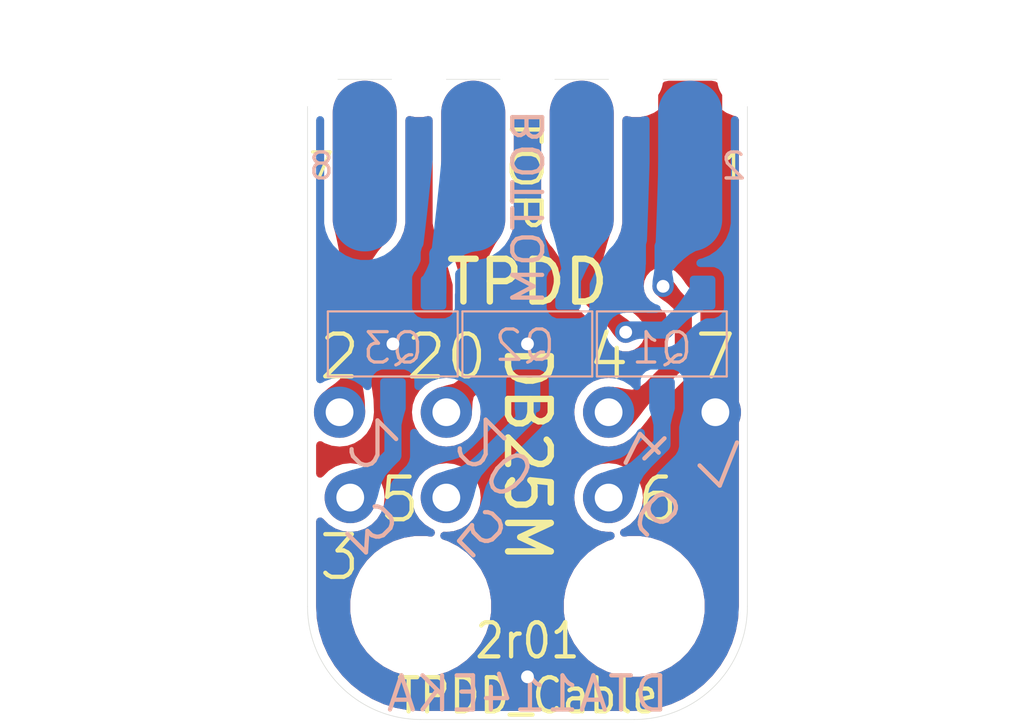
<source format=kicad_pcb>
(kicad_pcb (version 20240108) (generator "pcbnew") (generator_version "8.0")
  (title_block (title "TPDD Cable") (date "2024-08-17") (rev "2r01") (company "b.kenyon.w@gmail.com"))
  (layers (0 "F.Cu" signal "Top") (31 "B.Cu" signal "Bottom") (34 "B.Paste" user) (35 "F.Paste" user) (36 "B.SilkS" user "B.Silkscreen") (37 "F.SilkS" user "F.Silkscreen") (38 "B.Mask" user) (39 "F.Mask" user) (44 "Edge.Cuts" user))
  (net 0 "")
  (net 1 "/TPDD_Cable/RTS")
  (net 2 "/TPDD_Cable/CTS_TTL")
  (net 3 "/TPDD_Cable/TX")
  (net 4 "/TPDD_Cable/RX_TTL")
  (net 5 "GND")
  (net 6 "/TPDD_Cable/DTR")
  (net 7 "/TPDD_Cable/EB+")
  (net 8 "/TPDD_Cable/DSR_TTL")
  (net 9 "/TPDD_Cable/RX")
  (net 10 "/TPDD_Cable/DSR")
  (net 11 "/TPDD_Cable/CTS")
  (footprint "000_LOCAL:PTH_0.65x1.2" (layer "F.Cu") (at 140.843 89.4295)
    (property "Reference" "P3")
    (property "Value" "TX")
    (pad "1" thru_hole circle (at 0 0) (size 1.2 1.2) (drill 0.65) (layers "*.Cu" "*.Mask") (net 9 "/TPDD_Cable/RX"))
  )
  (footprint "000_LOCAL:npth_m3" (layer "F.Cu") (at 147.493 91.9795)
    (property "Reference" "REF**" (hide yes))
    (property "Value" "npth_m3" (hide yes))
    (pad "" np_thru_hole circle (at 0 0) (size 2.8 2.8) (drill 2.8) (layers "F&B.Cu" "*.Mask"))
  )
  (footprint "000_LOCAL:PTH_0.65x1.2" (layer "F.Cu") (at 140.593 87.4295)
    (property "Reference" "P2")
    (property "Value" "RX")
    (pad "1" thru_hole circle (at 0 0) (size 1.2 1.2) (drill 0.65) (layers "*.Cu" "*.Mask") (net 3 "/TPDD_Cable/TX"))
  )
  (footprint "000_LOCAL:PTH_0.65x1.2" (layer "F.Cu") (at 143.093 87.4295)
    (property "Reference" "P20")
    (property "Value" "DSR")
    (pad "1" thru_hole circle (at 0 0) (size 1.2 1.2) (drill 0.65) (layers "*.Cu" "*.Mask") (net 6 "/TPDD_Cable/DTR"))
  )
  (footprint "000_LOCAL:PTH_0.65x1.2" (layer "F.Cu") (at 143.093 89.4295)
    (property "Reference" "P5")
    (property "Value" "RTS")
    (pad "1" thru_hole circle (at 0 0) (size 1.2 1.2) (drill 0.65) (layers "*.Cu" "*.Mask") (net 11 "/TPDD_Cable/CTS"))
  )
  (footprint "000_LOCAL:PTH_0.65x1.2" (layer "F.Cu") (at 146.893 89.4295)
    (property "Reference" "P4")
    (property "Value" "CTS")
    (pad "1" thru_hole circle (at 0 0) (size 1.2 1.2) (drill 0.65) (layers "*.Cu" "*.Mask") (net 10 "/TPDD_Cable/DSR"))
  )
  (footprint "000_LOCAL:2x4x2.54mm_edge_mount" (layer "F.Cu") (at 144.993 79.6295)
    (property "Reference" "J2" (hide yes))
    (property "Value" "TPDD")
    (fp_text user "2" (at 4.826 2.032 0) (layer "B.SilkS") (effects (font (size 0.6096 0.6096) (thickness 0.0762)) (justify mirror)))
    (fp_text user "8" (at -4.826 2.032 0) (layer "B.SilkS") (effects (font (size 0.6096 0.6096) (thickness 0.0762)) (justify mirror)))
    (fp_text user "7" (at -4.826 2.032 0) (layer "F.SilkS") (effects (font (size 0.6096 0.6096) (thickness 0.0762))))
    (fp_text user "1" (at 4.826 2.032 0) (layer "F.SilkS") (effects (font (size 0.6096 0.6096) (thickness 0.0762))))
    (pad "" np_thru_hole circle (at -5.08 0) (size 1.27 1.27) (drill 1.27) (layers "F&B.Cu" "*.Mask"))
    (pad "" np_thru_hole circle (at -2.54 0) (size 1.27 1.27) (drill 1.27) (layers "F&B.Cu" "*.Mask"))
    (pad "" np_thru_hole circle (at 0 0) (size 1.27 1.27) (drill 1.27) (layers "F&B.Cu" "*.Mask"))
    (pad "" np_thru_hole circle (at 2.54 0) (size 1.27 1.27) (drill 1.27) (layers "F&B.Cu" "*.Mask"))
    (pad "" np_thru_hole circle (at 5.08 0) (size 1.27 1.27) (drill 1.27) (layers "F&B.Cu" "*.Mask"))
    (pad "1" smd roundrect (at 3.81 2.032) (size 1.5 4) (layers "F.Cu" "F.Mask") (roundrect_rratio 0.1666666667) (net 5 "GND"))
    (pad "2" smd oval (at 3.81 2.032) (size 1.5 4) (layers "B.Cu" "B.Mask") (net 1 "/TPDD_Cable/RTS"))
    (pad "3" smd oval (at 1.27 2.032) (size 1.5 4) (layers "F.Cu" "F.Mask") (net 8 "/TPDD_Cable/DSR_TTL"))
    (pad "4" smd oval (at 1.27 2.032) (size 1.5 4) (layers "B.Cu" "B.Mask") (net 2 "/TPDD_Cable/CTS_TTL"))
    (pad "5" smd oval (at -1.27 2.032) (size 1.5 4) (layers "F.Cu" "F.Mask") (net 6 "/TPDD_Cable/DTR"))
    (pad "6" smd oval (at -1.27 2.032) (size 1.5 4) (layers "B.Cu" "B.Mask") (net 4 "/TPDD_Cable/RX_TTL"))
    (pad "7" smd oval (at -3.81 2.032) (size 1.5 4) (layers "F.Cu" "F.Mask") (net 3 "/TPDD_Cable/TX"))
    (pad "8" smd oval (at -3.81 2.032) (size 1.5 4) (layers "B.Cu" "B.Mask") (net 7 "/TPDD_Cable/EB+"))
  )
  (footprint "000_LOCAL:npth_m3" (layer "F.Cu") (at 142.493 91.9795)
    (property "Reference" "REF**" (hide yes))
    (property "Value" "npth_m3" (hide yes))
    (pad "" np_thru_hole circle (at 0 0) (size 2.8 2.8) (drill 2.8) (layers "F&B.Cu" "*.Mask"))
  )
  (footprint "000_LOCAL:PTH_0.65x1.2" (layer "F.Cu") (at 146.893 87.4295)
    (property "Reference" "P6")
    (property "Value" "DTR")
    (pad "1" thru_hole circle (at 0 0) (size 1.2 1.2) (drill 0.65) (layers "*.Cu" "*.Mask") (net 1 "/TPDD_Cable/RTS"))
  )
  (footprint "000_LOCAL:PTH_0.65x1.2" (layer "F.Cu") (at 149.393 87.4295)
    (property "Reference" "P7")
    (property "Value" "GND")
    (pad "1" thru_hole circle (at 0 0) (size 1.2 1.2) (drill 0.65) (layers "*.Cu" "*.Mask") (net 5 "GND"))
  )
  (footprint "000_LOCAL:SC-59" (layer "B.Cu") (at 141.843 85.8295 -90)
    (property "Reference" "Q3" (at -0.3175 0.762 0) (layer "B.SilkS") (effects (font (size 0.7112 0.7112) (thickness 0.0762)) (justify right top mirror)))
    (property "Value" "DTA114EKA" (hide yes))
    (fp_line (start 0.762 1.524) (end -0.762 1.524) (stroke (width 0.0508)) (layer "B.SilkS"))
    (fp_line (start -0.762 -1.516) (end -0.762 1.524) (stroke (width 0.0508)) (layer "B.SilkS"))
    (fp_line (start 0.762 -1.516) (end 0.762 1.524) (stroke (width 0.0508)) (layer "B.SilkS"))
    (fp_line (start 0.762 -1.516) (end -0.762 -1.516) (stroke (width 0.0508)) (layer "B.SilkS"))
    (pad "1" smd roundrect (at -1.2 0.95 270) (size 0.8 0.6) (layers "B.Cu" "B.Paste" "B.Mask") (roundrect_rratio 0.15) (net 5 "GND"))
    (pad "2" smd roundrect (at -1.2 -0.95 270) (size 0.8 0.6) (layers "B.Cu" "B.Paste" "B.Mask") (roundrect_rratio 0.15) (net 4 "/TPDD_Cable/RX_TTL"))
    (pad "3" smd roundrect (at 1.2 0 270) (size 0.8 0.6) (layers "B.Cu" "B.Paste" "B.Mask") (roundrect_rratio 0.15) (net 9 "/TPDD_Cable/RX"))
  )
  (footprint "000_LOCAL:SC-59" (layer "B.Cu") (at 148.143 85.8295 -90)
    (property "Reference" "Q1" (at -0.3175 0.762 0) (layer "B.SilkS") (effects (font (size 0.7112 0.7112) (thickness 0.0762)) (justify right top mirror)))
    (property "Value" "DTA114EKA" (hide yes))
    (fp_line (start 0.762 1.524) (end -0.762 1.524) (stroke (width 0.0508)) (layer "B.SilkS"))
    (fp_line (start -0.762 -1.516) (end -0.762 1.524) (stroke (width 0.0508)) (layer "B.SilkS"))
    (fp_line (start 0.762 -1.516) (end 0.762 1.524) (stroke (width 0.0508)) (layer "B.SilkS"))
    (fp_line (start 0.762 -1.516) (end -0.762 -1.516) (stroke (width 0.0508)) (layer "B.SilkS"))
    (pad "1" smd roundrect (at -1.2 0.95 270) (size 0.8 0.6) (layers "B.Cu" "B.Paste" "B.Mask") (roundrect_rratio 0.15) (net 5 "GND"))
    (pad "2" smd roundrect (at -1.2 -0.95 270) (size 0.8 0.6) (layers "B.Cu" "B.Paste" "B.Mask") (roundrect_rratio 0.15) (net 8 "/TPDD_Cable/DSR_TTL"))
    (pad "3" smd roundrect (at 1.2 0 270) (size 0.8 0.6) (layers "B.Cu" "B.Paste" "B.Mask") (roundrect_rratio 0.15) (net 10 "/TPDD_Cable/DSR"))
  )
  (footprint "000_LOCAL:SC-59" (layer "B.Cu") (at 144.993 85.8295 -90)
    (property "Reference" "Q2" (at -0.381 0.8255 0) (layer "B.SilkS") (effects (font (size 0.7112 0.7112) (thickness 0.0762)) (justify right top mirror)))
    (property "Value" "DTA114EKA" (hide yes))
    (fp_line (start 0.762 1.524) (end -0.762 1.524) (stroke (width 0.0508)) (layer "B.SilkS"))
    (fp_line (start -0.762 -1.516) (end -0.762 1.524) (stroke (width 0.0508)) (layer "B.SilkS"))
    (fp_line (start 0.762 -1.516) (end 0.762 1.524) (stroke (width 0.0508)) (layer "B.SilkS"))
    (fp_line (start 0.762 -1.516) (end -0.762 -1.516) (stroke (width 0.0508)) (layer "B.SilkS"))
    (pad "1" smd roundrect (at -1.2 0.95 270) (size 0.8 0.6) (layers "B.Cu" "B.Paste" "B.Mask") (roundrect_rratio 0.15) (net 5 "GND"))
    (pad "2" smd roundrect (at -1.2 -0.95 270) (size 0.8 0.6) (layers "B.Cu" "B.Paste" "B.Mask") (roundrect_rratio 0.15) (net 2 "/TPDD_Cable/CTS_TTL"))
    (pad "3" smd roundrect (at 1.2 0 270) (size 0.8 0.6) (layers "B.Cu" "B.Paste" "B.Mask") (roundrect_rratio 0.15) (net 11 "/TPDD_Cable/CTS"))
  )
  (gr_line (start 142.493 94.6295) (end 147.493 94.6295) (stroke (width 0.0127)) (layer "Edge.Cuts"))
  (gr_line (start 150.143 91.9795) (end 150.143 79.6295) (stroke (width 0.0127)) (layer "Edge.Cuts"))
  (gr_arc (start 150.143 91.9795) (mid 149.366833 93.853333) (end 147.493 94.6295) (stroke (width 0.0127)) (layer "Edge.Cuts"))
  (gr_arc (start 142.493 94.6295) (mid 140.619167 93.853333) (end 139.843 91.9795) (stroke (width 0.0127)) (layer "Edge.Cuts"))
  (gr_line (start 139.843 91.9795) (end 139.843 79.6295) (stroke (width 0.0127)) (layer "Edge.Cuts"))
  (gr_line (start 139.843 79.6295) (end 150.143 79.6295) (stroke (width 0.0127)) (layer "Edge.Cuts"))
  (gr_text "${00000000-0000-0000-0000-00005d2d4345:VALUE}" (at 144.993 94.0295 0) (layer "B.SilkS") (effects (font (size 0.8 0.8) (thickness 0.1)) (justify mirror)))
  (gr_text "BOTTOM" (at 145.018 82.6295 90) (layer "B.SilkS") (effects (font (size 0.7 0.8) (thickness 0.1)) (justify mirror)))
  (gr_text "6" (at 148.043 89.7795 135) (layer "B.SilkS") (effects (font (size 1 1) (thickness 0.1)) (justify mirror)))
  (gr_text "20" (at 143.543 87.7795 135) (layer "B.SilkS") (effects (font (size 1 1) (thickness 0.1)) (justify left mirror)))
  (gr_text "7" (at 149.643 88.5295 135) (layer "B.SilkS") (effects (font (size 1 1) (thickness 0.1)) (justify mirror)))
  (gr_text "5" (at 143.943 90.2295 135) (layer "B.SilkS") (effects (font (size 1 1) (thickness 0.1)) (justify mirror)))
  (gr_text "2" (at 141.393 88.1795 135) (layer "B.SilkS") (effects (font (size 1 1) (thickness 0.1)) (justify mirror)))
  (gr_text "4" (at 147.743 88.2295 135) (layer "B.SilkS") (effects (font (size 1 1) (thickness 0.1)) (justify mirror)))
  (gr_text "3" (at 141.393 90.1295 135) (layer "B.SilkS") (effects (font (size 1 1) (thickness 0.1)) (justify mirror)))
  (gr_text "TPDD" (at 144.993 84.3795 0) (layer "F.SilkS") (effects (font (size 1 1))))
  (gr_text "7" (at 149.393 86.1295 0) (layer "F.SilkS") (effects (font (size 1 1) (thickness 0.1))))
  (gr_text "6" (at 148.043 89.4795 0) (layer "F.SilkS") (effects (font (size 1 1) (thickness 0.1))))
  (gr_text "2" (at 140.593 86.1295 0) (layer "F.SilkS") (effects (font (size 1 1) (thickness 0.1))))
  (gr_text "5" (at 141.993 89.4795 0) (layer "F.SilkS") (effects (font (size 1 1) (thickness 0.1))))
  (gr_text "4" (at 146.893 86.1295 0) (layer "F.SilkS") (effects (font (size 1 1) (thickness 0.1))))
  (gr_text "DB25M" (at 144.993 88.4045 270) (layer "F.SilkS") (effects (font (size 1 1))))
  (gr_text "TOP" (at 144.943 81.8295 270) (layer "F.SilkS") (effects (font (size 0.7 1) (thickness 0.1))))
  (gr_text "${REVISION}\nTPDD_Cable" (at 144.993 93.4295 0) (layer "F.SilkS") (effects (font (size 0.8 0.7) (thickness 0.1))))
  (gr_text "3" (at 140.593 90.8295 0) (layer "F.SilkS") (effects (font (size 1 1) (thickness 0.1))))
  (gr_text "20" (at 143.093 86.1295 0) (layer "F.SilkS") (effects (font (size 1 1) (thickness 0.1))))
  (segment (start 148.643 86.1295) (end 147.343 87.4295) (width 0.4) (layer "F.Cu") (net 1))
  (segment (start 148.168 84.4795) (end 148.643 84.9545) (width 0.4) (layer "F.Cu") (net 1))
  (segment (start 147.343 87.4295) (end 146.893 87.4295) (width 0.4) (layer "F.Cu") (net 1))
  (segment (start 148.643 84.9545) (end 148.643 86.1295) (width 0.4) (layer "F.Cu") (net 1))
  (via (at 148.168 84.4795) (size 0.5) (drill 0.3) (layers "F.Cu" "B.Cu") (net 1))
  (segment (start 148.803 82.9195) (end 148.803 81.6615) (width 0.4) (layer "B.Cu") (net 1))
  (segment (start 148.168 84.4795) (end 148.168 83.5545) (width 0.4) (layer "B.Cu") (net 1))
  (segment (start 148.168 83.5545) (end 148.803 82.9195) (width 0.4) (layer "B.Cu") (net 1))
  (segment (start 145.943 84.6295) (end 146.043 84.5295) (width 0.4) (layer "B.Cu") (net 2))
  (segment (start 146.043 81.8815) (end 146.263 81.6615) (width 0.4) (layer "B.Cu") (net 2))
  (segment (start 146.043 84.5295) (end 146.043 81.8815) (width 0.4) (layer "B.Cu") (net 2))
  (segment (start 140.893 81.9515) (end 140.893 87.1295) (width 0.4) (layer "F.Cu") (net 3))
  (segment (start 140.893 87.1295) (end 140.593 87.4295) (width 0.4) (layer "F.Cu") (net 3))
  (segment (start 141.183 81.6615) (end 140.893 81.9515) (width 0.4) (layer "F.Cu") (net 3))
  (segment (start 142.893 83.7295) (end 143.723 82.8995) (width 0.4) (layer "B.Cu") (net 4))
  (segment (start 142.793 84.6295) (end 142.893 84.5295) (width 0.4) (layer "B.Cu") (net 4))
  (segment (start 142.893 84.5295) (end 142.893 83.7295) (width 0.4) (layer "B.Cu") (net 4))
  (segment (start 143.723 82.8995) (end 143.723 81.6615) (width 0.4) (layer "B.Cu") (net 4))
  (via (at 144.993 93.6295) (size 0.5) (drill 0.3) (layers "F.Cu" "B.Cu") (net 5))
  (via (at 144.993 85.8295) (size 0.5) (drill 0.3) (layers "F.Cu" "B.Cu") (net 5))
  (via (at 141.843 85.8295) (size 0.5) (drill 0.3) (layers "F.Cu" "B.Cu") (net 5))
  (segment (start 143.643 86.8795) (end 143.093 87.4295) (width 0.4) (layer "F.Cu") (net 6))
  (segment (start 143.643 81.7415) (end 143.643 86.8795) (width 0.4) (layer "F.Cu") (net 6))
  (segment (start 143.723 81.6615) (end 143.643 81.7415) (width 0.4) (layer "F.Cu") (net 6))
  (segment (start 146.443 84.7045) (end 146.443 81.8185) (width 0.4) (layer "F.Cu") (net 8))
  (segment (start 147.293 85.5545) (end 146.443 84.7045) (width 0.4) (layer "F.Cu") (net 8))
  (segment (start 146.443 81.8185) (end 146.263 81.6385) (width 0.4) (layer "F.Cu") (net 8))
  (via (at 147.293 85.5545) (size 0.5) (drill 0.3) (layers "F.Cu" "B.Cu") (net 8))
  (segment (start 148.218 85.5045) (end 149.093 84.6295) (width 0.4) (layer "B.Cu") (net 8))
  (segment (start 147.343 85.5045) (end 148.218 85.5045) (width 0.4) (layer "B.Cu") (net 8))
  (segment (start 147.293 85.5545) (end 147.343 85.5045) (width 0.4) (layer "B.Cu") (net 8))
  (segment (start 141.843 87.0295) (end 141.843 88.4295) (width 0.4) (layer "B.Cu") (net 9))
  (segment (start 141.843 88.4295) (end 140.843 89.4295) (width 0.4) (layer "B.Cu") (net 9))
  (segment (start 148.143 87.0295) (end 148.143 88.1795) (width 0.4) (layer "B.Cu") (net 10))
  (segment (start 148.143 88.1795) (end 146.893 89.4295) (width 0.4) (layer "B.Cu") (net 10))
  (segment (start 144.993 87.0295) (end 144.993 87.5295) (width 0.4) (layer "B.Cu") (net 11))
  (segment (start 144.993 87.5295) (end 143.093 89.4295) (width 0.4) (layer "B.Cu") (net 11))
  (zone (net 5) (net_name "GND") (layers "F&B.Cu") (connect_pads yes (clearance 0.2)) (min_thickness 0.19) (fill yes (thermal_gap 0.2) (thermal_bridge_width 0.4) (smoothing fillet) (radius 0.1))
    (polygon (pts (xy 150.493 94.6295) (xy 139.493 94.6295) (xy 139.493 79.6295) (xy 150.493 79.6295)))
  )
)
</source>
